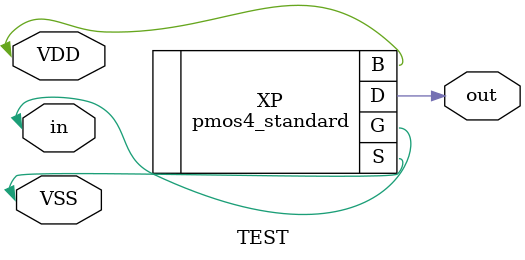
<source format=sv>
`timescale 1ps/1ps 


module pmos4_standard(
    inout  wire B,
    inout  wire D,
    inout  wire G,
    inout  wire S
);

endmodule


module TEST(
    input  wire VDD,
    input  wire VSS,
    input  wire in,
    output wire out
);

pmos4_standard XP (
    .B( VDD ),
    .D( out ),
    .G( in ),
    .S( VSS )
);

endmodule

</source>
